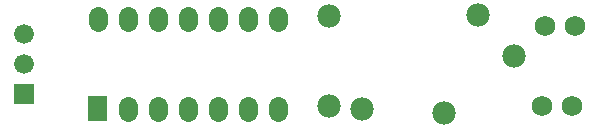
<source format=gbs>
G04 Layer: BottomSolderMaskLayer*
G04 EasyEDA v6.5.1, 2022-03-29 12:07:46*
G04 01ad9fd2e89e4baf9ce80d721134fb59,30f33cc809fd450ca7eb4ca7eccbfc45,10*
G04 Gerber Generator version 0.2*
G04 Scale: 100 percent, Rotated: No, Reflected: No *
G04 Dimensions in millimeters *
G04 leading zeros omitted , absolute positions ,4 integer and 5 decimal *
%FSLAX45Y45*%
%MOMM*%

%ADD20C,1.6016*%
%ADD21R,1.6764X1.6764*%
%ADD22C,1.6764*%
%ADD23C,1.7526*%
%ADD24C,1.9812*%

%LPD*%
D20*
X1816100Y4457298D02*
G01*
X1816100Y4407298D01*
X2070100Y4457298D02*
G01*
X2070100Y4407298D01*
X2324100Y4457298D02*
G01*
X2324100Y4407298D01*
X2578100Y4457298D02*
G01*
X2578100Y4407298D01*
X2832100Y4457298D02*
G01*
X2832100Y4407298D01*
X3086100Y4457298D02*
G01*
X3086100Y4407298D01*
X1562100Y5219298D02*
G01*
X1562100Y5169298D01*
X1816100Y5219298D02*
G01*
X1816100Y5169298D01*
X2070100Y5219298D02*
G01*
X2070100Y5169298D01*
X2324100Y5219298D02*
G01*
X2324100Y5169298D01*
X2578100Y5219298D02*
G01*
X2578100Y5169298D01*
X2832100Y5219298D02*
G01*
X2832100Y5169298D01*
X3086100Y5219298D02*
G01*
X3086100Y5169298D01*
D21*
G01*
X939800Y4559300D03*
D22*
G01*
X939800Y4813300D03*
G01*
X939800Y5067300D03*
D23*
G01*
X5575300Y4457700D03*
G01*
X5321300Y4457700D03*
G01*
X5346700Y5130800D03*
G01*
X5600700Y5130800D03*
D24*
G01*
X3517900Y4457700D03*
G01*
X3517900Y5219700D03*
G01*
X5083987Y4875276D03*
G01*
X4491812Y4395723D03*
G01*
X3799103Y4426381D03*
G01*
X4786096Y5225618D03*
G36*
X1482089Y4327144D02*
G01*
X1482089Y4537455D01*
X1642110Y4537455D01*
X1642110Y4327144D01*
G37*
M02*

</source>
